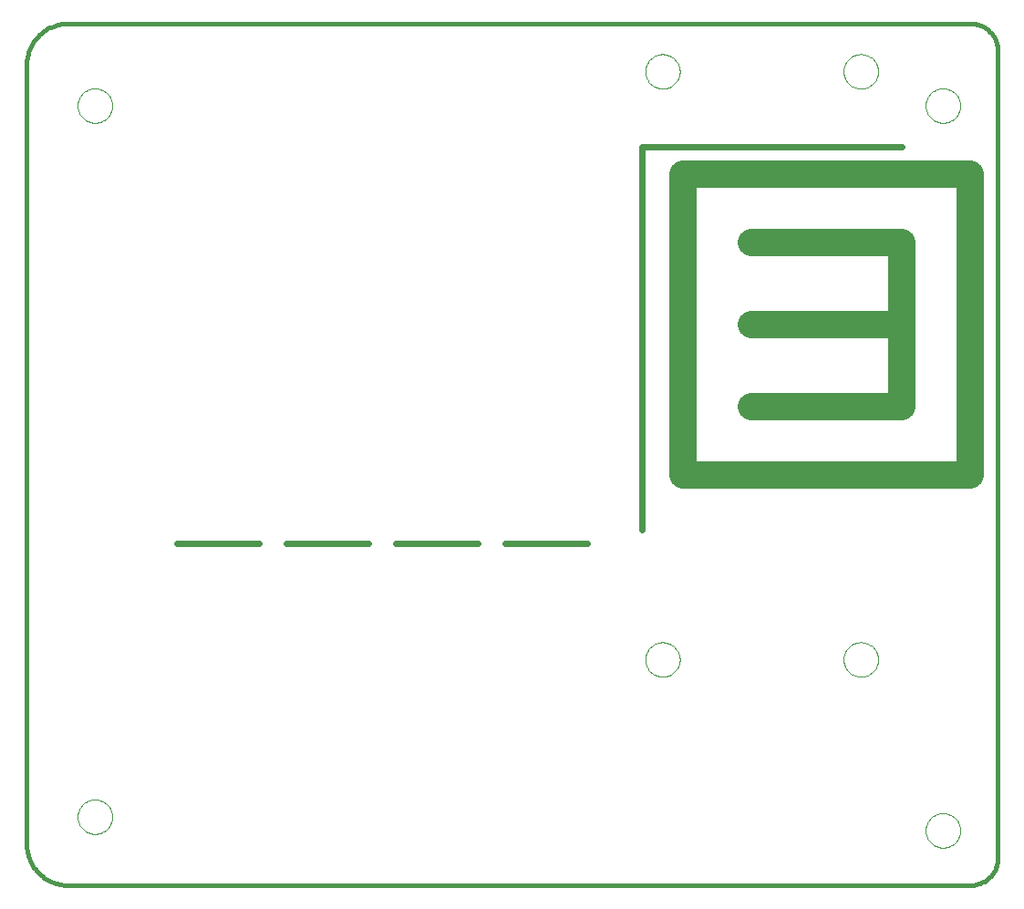
<source format=gbo>
G75*
%MOIN*%
%OFA0B0*%
%FSLAX24Y24*%
%IPPOS*%
%LPD*%
%AMOC8*
5,1,8,0,0,1.08239X$1,22.5*
%
%ADD10C,0.0000*%
%ADD11C,0.0160*%
%ADD12C,0.1000*%
%ADD13C,0.0240*%
D10*
X002050Y002680D02*
X002052Y002730D01*
X002058Y002780D01*
X002068Y002829D01*
X002082Y002877D01*
X002099Y002924D01*
X002120Y002969D01*
X002145Y003013D01*
X002173Y003054D01*
X002205Y003093D01*
X002239Y003130D01*
X002276Y003164D01*
X002316Y003194D01*
X002358Y003221D01*
X002402Y003245D01*
X002448Y003266D01*
X002495Y003282D01*
X002543Y003295D01*
X002593Y003304D01*
X002642Y003309D01*
X002693Y003310D01*
X002743Y003307D01*
X002792Y003300D01*
X002841Y003289D01*
X002889Y003274D01*
X002935Y003256D01*
X002980Y003234D01*
X003023Y003208D01*
X003064Y003179D01*
X003103Y003147D01*
X003139Y003112D01*
X003171Y003074D01*
X003201Y003034D01*
X003228Y002991D01*
X003251Y002947D01*
X003270Y002901D01*
X003286Y002853D01*
X003298Y002804D01*
X003306Y002755D01*
X003310Y002705D01*
X003310Y002655D01*
X003306Y002605D01*
X003298Y002556D01*
X003286Y002507D01*
X003270Y002459D01*
X003251Y002413D01*
X003228Y002369D01*
X003201Y002326D01*
X003171Y002286D01*
X003139Y002248D01*
X003103Y002213D01*
X003064Y002181D01*
X003023Y002152D01*
X002980Y002126D01*
X002935Y002104D01*
X002889Y002086D01*
X002841Y002071D01*
X002792Y002060D01*
X002743Y002053D01*
X002693Y002050D01*
X002642Y002051D01*
X002593Y002056D01*
X002543Y002065D01*
X002495Y002078D01*
X002448Y002094D01*
X002402Y002115D01*
X002358Y002139D01*
X002316Y002166D01*
X002276Y002196D01*
X002239Y002230D01*
X002205Y002267D01*
X002173Y002306D01*
X002145Y002347D01*
X002120Y002391D01*
X002099Y002436D01*
X002082Y002483D01*
X002068Y002531D01*
X002058Y002580D01*
X002052Y002630D01*
X002050Y002680D01*
X022800Y008430D02*
X022802Y008480D01*
X022808Y008530D01*
X022818Y008579D01*
X022832Y008627D01*
X022849Y008674D01*
X022870Y008719D01*
X022895Y008763D01*
X022923Y008804D01*
X022955Y008843D01*
X022989Y008880D01*
X023026Y008914D01*
X023066Y008944D01*
X023108Y008971D01*
X023152Y008995D01*
X023198Y009016D01*
X023245Y009032D01*
X023293Y009045D01*
X023343Y009054D01*
X023392Y009059D01*
X023443Y009060D01*
X023493Y009057D01*
X023542Y009050D01*
X023591Y009039D01*
X023639Y009024D01*
X023685Y009006D01*
X023730Y008984D01*
X023773Y008958D01*
X023814Y008929D01*
X023853Y008897D01*
X023889Y008862D01*
X023921Y008824D01*
X023951Y008784D01*
X023978Y008741D01*
X024001Y008697D01*
X024020Y008651D01*
X024036Y008603D01*
X024048Y008554D01*
X024056Y008505D01*
X024060Y008455D01*
X024060Y008405D01*
X024056Y008355D01*
X024048Y008306D01*
X024036Y008257D01*
X024020Y008209D01*
X024001Y008163D01*
X023978Y008119D01*
X023951Y008076D01*
X023921Y008036D01*
X023889Y007998D01*
X023853Y007963D01*
X023814Y007931D01*
X023773Y007902D01*
X023730Y007876D01*
X023685Y007854D01*
X023639Y007836D01*
X023591Y007821D01*
X023542Y007810D01*
X023493Y007803D01*
X023443Y007800D01*
X023392Y007801D01*
X023343Y007806D01*
X023293Y007815D01*
X023245Y007828D01*
X023198Y007844D01*
X023152Y007865D01*
X023108Y007889D01*
X023066Y007916D01*
X023026Y007946D01*
X022989Y007980D01*
X022955Y008017D01*
X022923Y008056D01*
X022895Y008097D01*
X022870Y008141D01*
X022849Y008186D01*
X022832Y008233D01*
X022818Y008281D01*
X022808Y008330D01*
X022802Y008380D01*
X022800Y008430D01*
X030050Y008430D02*
X030052Y008480D01*
X030058Y008530D01*
X030068Y008579D01*
X030082Y008627D01*
X030099Y008674D01*
X030120Y008719D01*
X030145Y008763D01*
X030173Y008804D01*
X030205Y008843D01*
X030239Y008880D01*
X030276Y008914D01*
X030316Y008944D01*
X030358Y008971D01*
X030402Y008995D01*
X030448Y009016D01*
X030495Y009032D01*
X030543Y009045D01*
X030593Y009054D01*
X030642Y009059D01*
X030693Y009060D01*
X030743Y009057D01*
X030792Y009050D01*
X030841Y009039D01*
X030889Y009024D01*
X030935Y009006D01*
X030980Y008984D01*
X031023Y008958D01*
X031064Y008929D01*
X031103Y008897D01*
X031139Y008862D01*
X031171Y008824D01*
X031201Y008784D01*
X031228Y008741D01*
X031251Y008697D01*
X031270Y008651D01*
X031286Y008603D01*
X031298Y008554D01*
X031306Y008505D01*
X031310Y008455D01*
X031310Y008405D01*
X031306Y008355D01*
X031298Y008306D01*
X031286Y008257D01*
X031270Y008209D01*
X031251Y008163D01*
X031228Y008119D01*
X031201Y008076D01*
X031171Y008036D01*
X031139Y007998D01*
X031103Y007963D01*
X031064Y007931D01*
X031023Y007902D01*
X030980Y007876D01*
X030935Y007854D01*
X030889Y007836D01*
X030841Y007821D01*
X030792Y007810D01*
X030743Y007803D01*
X030693Y007800D01*
X030642Y007801D01*
X030593Y007806D01*
X030543Y007815D01*
X030495Y007828D01*
X030448Y007844D01*
X030402Y007865D01*
X030358Y007889D01*
X030316Y007916D01*
X030276Y007946D01*
X030239Y007980D01*
X030205Y008017D01*
X030173Y008056D01*
X030145Y008097D01*
X030120Y008141D01*
X030099Y008186D01*
X030082Y008233D01*
X030068Y008281D01*
X030058Y008330D01*
X030052Y008380D01*
X030050Y008430D01*
X033050Y002180D02*
X033052Y002230D01*
X033058Y002280D01*
X033068Y002329D01*
X033082Y002377D01*
X033099Y002424D01*
X033120Y002469D01*
X033145Y002513D01*
X033173Y002554D01*
X033205Y002593D01*
X033239Y002630D01*
X033276Y002664D01*
X033316Y002694D01*
X033358Y002721D01*
X033402Y002745D01*
X033448Y002766D01*
X033495Y002782D01*
X033543Y002795D01*
X033593Y002804D01*
X033642Y002809D01*
X033693Y002810D01*
X033743Y002807D01*
X033792Y002800D01*
X033841Y002789D01*
X033889Y002774D01*
X033935Y002756D01*
X033980Y002734D01*
X034023Y002708D01*
X034064Y002679D01*
X034103Y002647D01*
X034139Y002612D01*
X034171Y002574D01*
X034201Y002534D01*
X034228Y002491D01*
X034251Y002447D01*
X034270Y002401D01*
X034286Y002353D01*
X034298Y002304D01*
X034306Y002255D01*
X034310Y002205D01*
X034310Y002155D01*
X034306Y002105D01*
X034298Y002056D01*
X034286Y002007D01*
X034270Y001959D01*
X034251Y001913D01*
X034228Y001869D01*
X034201Y001826D01*
X034171Y001786D01*
X034139Y001748D01*
X034103Y001713D01*
X034064Y001681D01*
X034023Y001652D01*
X033980Y001626D01*
X033935Y001604D01*
X033889Y001586D01*
X033841Y001571D01*
X033792Y001560D01*
X033743Y001553D01*
X033693Y001550D01*
X033642Y001551D01*
X033593Y001556D01*
X033543Y001565D01*
X033495Y001578D01*
X033448Y001594D01*
X033402Y001615D01*
X033358Y001639D01*
X033316Y001666D01*
X033276Y001696D01*
X033239Y001730D01*
X033205Y001767D01*
X033173Y001806D01*
X033145Y001847D01*
X033120Y001891D01*
X033099Y001936D01*
X033082Y001983D01*
X033068Y002031D01*
X033058Y002080D01*
X033052Y002130D01*
X033050Y002180D01*
X034300Y000180D02*
X034680Y000180D01*
X033050Y028680D02*
X033052Y028730D01*
X033058Y028780D01*
X033068Y028829D01*
X033082Y028877D01*
X033099Y028924D01*
X033120Y028969D01*
X033145Y029013D01*
X033173Y029054D01*
X033205Y029093D01*
X033239Y029130D01*
X033276Y029164D01*
X033316Y029194D01*
X033358Y029221D01*
X033402Y029245D01*
X033448Y029266D01*
X033495Y029282D01*
X033543Y029295D01*
X033593Y029304D01*
X033642Y029309D01*
X033693Y029310D01*
X033743Y029307D01*
X033792Y029300D01*
X033841Y029289D01*
X033889Y029274D01*
X033935Y029256D01*
X033980Y029234D01*
X034023Y029208D01*
X034064Y029179D01*
X034103Y029147D01*
X034139Y029112D01*
X034171Y029074D01*
X034201Y029034D01*
X034228Y028991D01*
X034251Y028947D01*
X034270Y028901D01*
X034286Y028853D01*
X034298Y028804D01*
X034306Y028755D01*
X034310Y028705D01*
X034310Y028655D01*
X034306Y028605D01*
X034298Y028556D01*
X034286Y028507D01*
X034270Y028459D01*
X034251Y028413D01*
X034228Y028369D01*
X034201Y028326D01*
X034171Y028286D01*
X034139Y028248D01*
X034103Y028213D01*
X034064Y028181D01*
X034023Y028152D01*
X033980Y028126D01*
X033935Y028104D01*
X033889Y028086D01*
X033841Y028071D01*
X033792Y028060D01*
X033743Y028053D01*
X033693Y028050D01*
X033642Y028051D01*
X033593Y028056D01*
X033543Y028065D01*
X033495Y028078D01*
X033448Y028094D01*
X033402Y028115D01*
X033358Y028139D01*
X033316Y028166D01*
X033276Y028196D01*
X033239Y028230D01*
X033205Y028267D01*
X033173Y028306D01*
X033145Y028347D01*
X033120Y028391D01*
X033099Y028436D01*
X033082Y028483D01*
X033068Y028531D01*
X033058Y028580D01*
X033052Y028630D01*
X033050Y028680D01*
X030050Y029930D02*
X030052Y029980D01*
X030058Y030030D01*
X030068Y030079D01*
X030082Y030127D01*
X030099Y030174D01*
X030120Y030219D01*
X030145Y030263D01*
X030173Y030304D01*
X030205Y030343D01*
X030239Y030380D01*
X030276Y030414D01*
X030316Y030444D01*
X030358Y030471D01*
X030402Y030495D01*
X030448Y030516D01*
X030495Y030532D01*
X030543Y030545D01*
X030593Y030554D01*
X030642Y030559D01*
X030693Y030560D01*
X030743Y030557D01*
X030792Y030550D01*
X030841Y030539D01*
X030889Y030524D01*
X030935Y030506D01*
X030980Y030484D01*
X031023Y030458D01*
X031064Y030429D01*
X031103Y030397D01*
X031139Y030362D01*
X031171Y030324D01*
X031201Y030284D01*
X031228Y030241D01*
X031251Y030197D01*
X031270Y030151D01*
X031286Y030103D01*
X031298Y030054D01*
X031306Y030005D01*
X031310Y029955D01*
X031310Y029905D01*
X031306Y029855D01*
X031298Y029806D01*
X031286Y029757D01*
X031270Y029709D01*
X031251Y029663D01*
X031228Y029619D01*
X031201Y029576D01*
X031171Y029536D01*
X031139Y029498D01*
X031103Y029463D01*
X031064Y029431D01*
X031023Y029402D01*
X030980Y029376D01*
X030935Y029354D01*
X030889Y029336D01*
X030841Y029321D01*
X030792Y029310D01*
X030743Y029303D01*
X030693Y029300D01*
X030642Y029301D01*
X030593Y029306D01*
X030543Y029315D01*
X030495Y029328D01*
X030448Y029344D01*
X030402Y029365D01*
X030358Y029389D01*
X030316Y029416D01*
X030276Y029446D01*
X030239Y029480D01*
X030205Y029517D01*
X030173Y029556D01*
X030145Y029597D01*
X030120Y029641D01*
X030099Y029686D01*
X030082Y029733D01*
X030068Y029781D01*
X030058Y029830D01*
X030052Y029880D01*
X030050Y029930D01*
X022800Y029930D02*
X022802Y029980D01*
X022808Y030030D01*
X022818Y030079D01*
X022832Y030127D01*
X022849Y030174D01*
X022870Y030219D01*
X022895Y030263D01*
X022923Y030304D01*
X022955Y030343D01*
X022989Y030380D01*
X023026Y030414D01*
X023066Y030444D01*
X023108Y030471D01*
X023152Y030495D01*
X023198Y030516D01*
X023245Y030532D01*
X023293Y030545D01*
X023343Y030554D01*
X023392Y030559D01*
X023443Y030560D01*
X023493Y030557D01*
X023542Y030550D01*
X023591Y030539D01*
X023639Y030524D01*
X023685Y030506D01*
X023730Y030484D01*
X023773Y030458D01*
X023814Y030429D01*
X023853Y030397D01*
X023889Y030362D01*
X023921Y030324D01*
X023951Y030284D01*
X023978Y030241D01*
X024001Y030197D01*
X024020Y030151D01*
X024036Y030103D01*
X024048Y030054D01*
X024056Y030005D01*
X024060Y029955D01*
X024060Y029905D01*
X024056Y029855D01*
X024048Y029806D01*
X024036Y029757D01*
X024020Y029709D01*
X024001Y029663D01*
X023978Y029619D01*
X023951Y029576D01*
X023921Y029536D01*
X023889Y029498D01*
X023853Y029463D01*
X023814Y029431D01*
X023773Y029402D01*
X023730Y029376D01*
X023685Y029354D01*
X023639Y029336D01*
X023591Y029321D01*
X023542Y029310D01*
X023493Y029303D01*
X023443Y029300D01*
X023392Y029301D01*
X023343Y029306D01*
X023293Y029315D01*
X023245Y029328D01*
X023198Y029344D01*
X023152Y029365D01*
X023108Y029389D01*
X023066Y029416D01*
X023026Y029446D01*
X022989Y029480D01*
X022955Y029517D01*
X022923Y029556D01*
X022895Y029597D01*
X022870Y029641D01*
X022849Y029686D01*
X022832Y029733D01*
X022818Y029781D01*
X022808Y029830D01*
X022802Y029880D01*
X022800Y029930D01*
X002050Y028680D02*
X002052Y028730D01*
X002058Y028780D01*
X002068Y028829D01*
X002082Y028877D01*
X002099Y028924D01*
X002120Y028969D01*
X002145Y029013D01*
X002173Y029054D01*
X002205Y029093D01*
X002239Y029130D01*
X002276Y029164D01*
X002316Y029194D01*
X002358Y029221D01*
X002402Y029245D01*
X002448Y029266D01*
X002495Y029282D01*
X002543Y029295D01*
X002593Y029304D01*
X002642Y029309D01*
X002693Y029310D01*
X002743Y029307D01*
X002792Y029300D01*
X002841Y029289D01*
X002889Y029274D01*
X002935Y029256D01*
X002980Y029234D01*
X003023Y029208D01*
X003064Y029179D01*
X003103Y029147D01*
X003139Y029112D01*
X003171Y029074D01*
X003201Y029034D01*
X003228Y028991D01*
X003251Y028947D01*
X003270Y028901D01*
X003286Y028853D01*
X003298Y028804D01*
X003306Y028755D01*
X003310Y028705D01*
X003310Y028655D01*
X003306Y028605D01*
X003298Y028556D01*
X003286Y028507D01*
X003270Y028459D01*
X003251Y028413D01*
X003228Y028369D01*
X003201Y028326D01*
X003171Y028286D01*
X003139Y028248D01*
X003103Y028213D01*
X003064Y028181D01*
X003023Y028152D01*
X002980Y028126D01*
X002935Y028104D01*
X002889Y028086D01*
X002841Y028071D01*
X002792Y028060D01*
X002743Y028053D01*
X002693Y028050D01*
X002642Y028051D01*
X002593Y028056D01*
X002543Y028065D01*
X002495Y028078D01*
X002448Y028094D01*
X002402Y028115D01*
X002358Y028139D01*
X002316Y028166D01*
X002276Y028196D01*
X002239Y028230D01*
X002205Y028267D01*
X002173Y028306D01*
X002145Y028347D01*
X002120Y028391D01*
X002099Y028436D01*
X002082Y028483D01*
X002068Y028531D01*
X002058Y028580D01*
X002052Y028630D01*
X002050Y028680D01*
D11*
X001680Y000180D02*
X034680Y000180D01*
X034740Y000182D01*
X034801Y000187D01*
X034860Y000196D01*
X034919Y000209D01*
X034978Y000225D01*
X035035Y000245D01*
X035090Y000268D01*
X035145Y000295D01*
X035197Y000324D01*
X035248Y000357D01*
X035297Y000393D01*
X035343Y000431D01*
X035387Y000473D01*
X035429Y000517D01*
X035467Y000563D01*
X035503Y000612D01*
X035536Y000663D01*
X035565Y000715D01*
X035592Y000770D01*
X035615Y000825D01*
X035635Y000882D01*
X035651Y000941D01*
X035664Y001000D01*
X035673Y001059D01*
X035678Y001120D01*
X035680Y001180D01*
X035680Y030680D01*
X035678Y030740D01*
X035673Y030801D01*
X035664Y030860D01*
X035651Y030919D01*
X035635Y030978D01*
X035615Y031035D01*
X035592Y031090D01*
X035565Y031145D01*
X035536Y031197D01*
X035503Y031248D01*
X035467Y031297D01*
X035429Y031343D01*
X035387Y031387D01*
X035343Y031429D01*
X035297Y031467D01*
X035248Y031503D01*
X035197Y031536D01*
X035145Y031565D01*
X035090Y031592D01*
X035035Y031615D01*
X034978Y031635D01*
X034919Y031651D01*
X034860Y031664D01*
X034801Y031673D01*
X034740Y031678D01*
X034680Y031680D01*
X001680Y031680D01*
X001604Y031678D01*
X001528Y031672D01*
X001453Y031663D01*
X001378Y031649D01*
X001304Y031632D01*
X001231Y031611D01*
X001159Y031587D01*
X001088Y031558D01*
X001019Y031527D01*
X000952Y031492D01*
X000887Y031453D01*
X000823Y031411D01*
X000762Y031366D01*
X000703Y031318D01*
X000647Y031267D01*
X000593Y031213D01*
X000542Y031157D01*
X000494Y031098D01*
X000449Y031037D01*
X000407Y030973D01*
X000368Y030908D01*
X000333Y030841D01*
X000302Y030772D01*
X000273Y030701D01*
X000249Y030629D01*
X000228Y030556D01*
X000211Y030482D01*
X000197Y030407D01*
X000188Y030332D01*
X000182Y030256D01*
X000180Y030180D01*
X000180Y001680D01*
X000182Y001604D01*
X000188Y001528D01*
X000197Y001453D01*
X000211Y001378D01*
X000228Y001304D01*
X000249Y001231D01*
X000273Y001159D01*
X000302Y001088D01*
X000333Y001019D01*
X000368Y000952D01*
X000407Y000887D01*
X000449Y000823D01*
X000494Y000762D01*
X000542Y000703D01*
X000593Y000647D01*
X000647Y000593D01*
X000703Y000542D01*
X000762Y000494D01*
X000823Y000449D01*
X000887Y000407D01*
X000952Y000368D01*
X001019Y000333D01*
X001088Y000302D01*
X001159Y000273D01*
X001231Y000249D01*
X001304Y000228D01*
X001378Y000211D01*
X001453Y000197D01*
X001528Y000188D01*
X001604Y000182D01*
X001680Y000180D01*
D12*
X024180Y015180D02*
X024180Y026180D01*
X034680Y026180D01*
X034680Y015180D01*
X024180Y015180D01*
X026680Y017680D02*
X032180Y017680D01*
X032180Y020680D01*
X026680Y020680D01*
X026680Y023680D02*
X032180Y023680D01*
X032180Y020680D01*
D13*
X032180Y027180D02*
X022680Y027180D01*
X022680Y013180D01*
X020680Y012680D02*
X017680Y012680D01*
X016680Y012680D02*
X013680Y012680D01*
X012680Y012680D02*
X009680Y012680D01*
X008680Y012680D02*
X005680Y012680D01*
M02*

</source>
